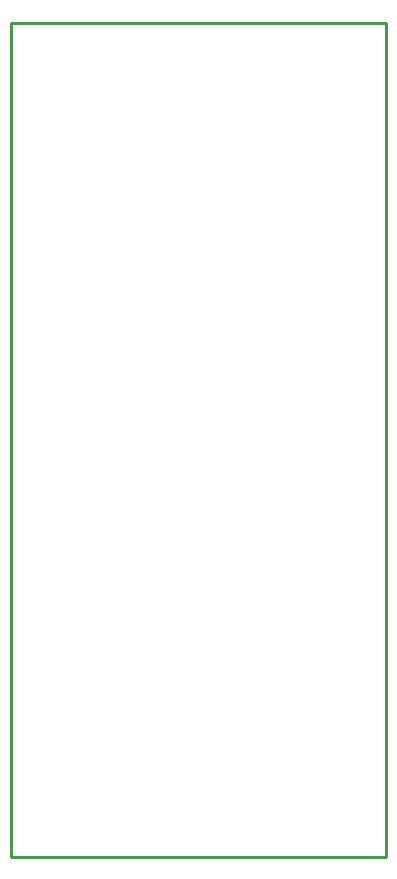
<source format=gko>
G04 Layer: BoardOutlineLayer*
G04 EasyEDA Pro v2.2.40.8, 2025-09-14 15:16:37*
G04 Gerber Generator version 0.3*
G04 Scale: 100 percent, Rotated: No, Reflected: No*
G04 Dimensions in millimeters*
G04 Leading zeros omitted, absolute positions, 4 integers and 5 decimals*
G04 Generated by one-click*
%FSLAX45Y45*%
%MOMM*%
%ADD10C,0.254*%
%ADD11C,0.5377*%
G75*


G04 Rect Start*
G54D10*
G01X0Y-6908800D02*
G01X0Y152400D01*
G01X3175000Y152400D01*
G01X3175000Y-6908800D01*
G01X0Y-6908800D01*
G04 Rect End*

M02*


</source>
